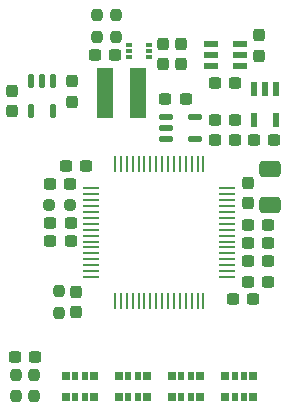
<source format=gtp>
%TF.GenerationSoftware,KiCad,Pcbnew,8.0.3*%
%TF.CreationDate,2024-08-10T21:36:20-07:00*%
%TF.ProjectId,v2,76322e6b-6963-4616-945f-706362585858,rev?*%
%TF.SameCoordinates,Original*%
%TF.FileFunction,Paste,Top*%
%TF.FilePolarity,Positive*%
%FSLAX46Y46*%
G04 Gerber Fmt 4.6, Leading zero omitted, Abs format (unit mm)*
G04 Created by KiCad (PCBNEW 8.0.3) date 2024-08-10 21:36:20*
%MOMM*%
%LPD*%
G01*
G04 APERTURE LIST*
G04 Aperture macros list*
%AMRoundRect*
0 Rectangle with rounded corners*
0 $1 Rounding radius*
0 $2 $3 $4 $5 $6 $7 $8 $9 X,Y pos of 4 corners*
0 Add a 4 corners polygon primitive as box body*
4,1,4,$2,$3,$4,$5,$6,$7,$8,$9,$2,$3,0*
0 Add four circle primitives for the rounded corners*
1,1,$1+$1,$2,$3*
1,1,$1+$1,$4,$5*
1,1,$1+$1,$6,$7*
1,1,$1+$1,$8,$9*
0 Add four rect primitives between the rounded corners*
20,1,$1+$1,$2,$3,$4,$5,0*
20,1,$1+$1,$4,$5,$6,$7,0*
20,1,$1+$1,$6,$7,$8,$9,0*
20,1,$1+$1,$8,$9,$2,$3,0*%
G04 Aperture macros list end*
%ADD10RoundRect,0.237500X-0.237500X0.300000X-0.237500X-0.300000X0.237500X-0.300000X0.237500X0.300000X0*%
%ADD11RoundRect,0.147500X-0.457500X-0.147500X0.457500X-0.147500X0.457500X0.147500X-0.457500X0.147500X0*%
%ADD12R,0.558800X1.270000*%
%ADD13RoundRect,0.147500X-0.147500X0.457500X-0.147500X-0.457500X0.147500X-0.457500X0.147500X0.457500X0*%
%ADD14R,0.475000X0.300000*%
%ADD15R,1.270000X0.558800*%
%ADD16R,0.650000X0.800000*%
%ADD17R,0.500000X0.800000*%
%ADD18RoundRect,0.237500X-0.237500X0.250000X-0.237500X-0.250000X0.237500X-0.250000X0.237500X0.250000X0*%
%ADD19RoundRect,0.237500X-0.250000X-0.237500X0.250000X-0.237500X0.250000X0.237500X-0.250000X0.237500X0*%
%ADD20RoundRect,0.237500X0.237500X-0.250000X0.237500X0.250000X-0.237500X0.250000X-0.237500X-0.250000X0*%
%ADD21R,1.447800X4.292600*%
%ADD22RoundRect,0.237500X0.300000X0.237500X-0.300000X0.237500X-0.300000X-0.237500X0.300000X-0.237500X0*%
%ADD23RoundRect,0.237500X0.237500X-0.300000X0.237500X0.300000X-0.237500X0.300000X-0.237500X-0.300000X0*%
%ADD24RoundRect,0.237500X-0.300000X-0.237500X0.300000X-0.237500X0.300000X0.237500X-0.300000X0.237500X0*%
%ADD25R,1.346200X0.279400*%
%ADD26R,0.279400X1.346200*%
%ADD27RoundRect,0.250000X0.650000X-0.412500X0.650000X0.412500X-0.650000X0.412500X-0.650000X-0.412500X0*%
G04 APERTURE END LIST*
D10*
%TO.C,C22*%
X146900000Y-74337500D03*
X146900000Y-76062500D03*
%TD*%
D11*
%TO.C,U11*%
X138982500Y-81250000D03*
X138982500Y-82200000D03*
X138982500Y-83150000D03*
X141492500Y-83150000D03*
X141492500Y-81250000D03*
%TD*%
D12*
%TO.C,U8*%
X148339800Y-78904600D03*
X147400000Y-78904600D03*
X146460200Y-78904600D03*
X146460200Y-81495400D03*
X148339800Y-81495400D03*
%TD*%
D13*
%TO.C,U7*%
X129450000Y-80755000D03*
X127550000Y-80755000D03*
X127550000Y-78245000D03*
X128500000Y-78245000D03*
X129450000Y-78245000D03*
%TD*%
D14*
%TO.C,U6*%
X137571450Y-75200000D03*
X137571450Y-75700000D03*
X137571450Y-76200000D03*
X135895450Y-76200000D03*
X135895450Y-75700000D03*
X135895450Y-75200000D03*
%TD*%
D15*
%TO.C,U5*%
X145238400Y-76939800D03*
X145238400Y-76000000D03*
X145238400Y-75060200D03*
X142800000Y-75060200D03*
X142800000Y-76000000D03*
X142800000Y-76939800D03*
%TD*%
D16*
%TO.C,RN8*%
X144000000Y-105000000D03*
D17*
X144800000Y-105000000D03*
X145600000Y-105000000D03*
D16*
X146400000Y-105000000D03*
X146400000Y-103200000D03*
D17*
X145600000Y-103200000D03*
X144800000Y-103200000D03*
D16*
X144000000Y-103200000D03*
%TD*%
%TO.C,RN7*%
X139500000Y-105000000D03*
D17*
X140300000Y-105000000D03*
X141100000Y-105000000D03*
D16*
X141900000Y-105000000D03*
X141900000Y-103200000D03*
D17*
X141100000Y-103200000D03*
X140300000Y-103200000D03*
D16*
X139500000Y-103200000D03*
%TD*%
%TO.C,RN6*%
X135000000Y-103200000D03*
D17*
X135800000Y-103200000D03*
X136600000Y-103200000D03*
D16*
X137400000Y-103200000D03*
X137400000Y-105000000D03*
D17*
X136600000Y-105000000D03*
X135800000Y-105000000D03*
D16*
X135000000Y-105000000D03*
%TD*%
%TO.C,RN5*%
X130500000Y-105000000D03*
D17*
X131300000Y-105000000D03*
X132100000Y-105000000D03*
D16*
X132900000Y-105000000D03*
X132900000Y-103200000D03*
D17*
X132100000Y-103200000D03*
X131300000Y-103200000D03*
D16*
X130500000Y-103200000D03*
%TD*%
D18*
%TO.C,R10*%
X127800000Y-103075000D03*
X127800000Y-104900000D03*
%TD*%
D19*
%TO.C,R6*%
X129087500Y-88700000D03*
X130912500Y-88700000D03*
%TD*%
D20*
%TO.C,R5*%
X133193450Y-72637500D03*
X133193450Y-74462500D03*
%TD*%
D18*
%TO.C,R4*%
X134733450Y-74462500D03*
X134733450Y-72637500D03*
%TD*%
%TO.C,R2*%
X126300000Y-103075000D03*
X126300000Y-104900000D03*
%TD*%
%TO.C,R1*%
X129900000Y-97812500D03*
X129900000Y-95987500D03*
%TD*%
D21*
%TO.C,L1*%
X133800000Y-79200000D03*
X136644800Y-79200000D03*
%TD*%
D22*
%TO.C,C30*%
X144862500Y-83200000D03*
X143137500Y-83200000D03*
%TD*%
%TO.C,C29*%
X140662500Y-79700000D03*
X138937500Y-79700000D03*
%TD*%
D10*
%TO.C,C28*%
X126000000Y-80762500D03*
X126000000Y-79037500D03*
%TD*%
D23*
%TO.C,C27*%
X131000000Y-78237500D03*
X131000000Y-79962500D03*
%TD*%
D24*
%TO.C,C24*%
X146437500Y-83200000D03*
X148162500Y-83200000D03*
%TD*%
%TO.C,C23*%
X143137500Y-81500000D03*
X144862500Y-81500000D03*
%TD*%
D23*
%TO.C,C21*%
X140253450Y-75037500D03*
X140253450Y-76762500D03*
%TD*%
%TO.C,C20*%
X138733450Y-75037500D03*
X138733450Y-76762500D03*
%TD*%
D22*
%TO.C,C19*%
X132970950Y-76000000D03*
X134695950Y-76000000D03*
%TD*%
D24*
%TO.C,C18*%
X143137500Y-78400000D03*
X144862500Y-78400000D03*
%TD*%
D22*
%TO.C,C17*%
X132262500Y-85400000D03*
X130537500Y-85400000D03*
%TD*%
%TO.C,C16*%
X130862500Y-86900000D03*
X129137500Y-86900000D03*
%TD*%
D24*
%TO.C,C15*%
X145937500Y-95200000D03*
X147662500Y-95200000D03*
%TD*%
%TO.C,C14*%
X144637500Y-96700000D03*
X146362500Y-96700000D03*
%TD*%
D22*
%TO.C,C7*%
X127900000Y-101600000D03*
X126175000Y-101600000D03*
%TD*%
D10*
%TO.C,C1*%
X131400000Y-97762500D03*
X131400000Y-96037500D03*
%TD*%
D25*
%TO.C,U1*%
X132643000Y-94800000D03*
X132643000Y-94300001D03*
X132643000Y-93800000D03*
X132643000Y-93300001D03*
X132643000Y-92799999D03*
X132643000Y-92300000D03*
X132643000Y-91800001D03*
X132643000Y-91300000D03*
X132643000Y-90800000D03*
X132643000Y-90299999D03*
X132643000Y-89800000D03*
X132643000Y-89300001D03*
X132643000Y-88799999D03*
X132643000Y-88300000D03*
X132643000Y-87799999D03*
X132643000Y-87300000D03*
D26*
X134671500Y-85271500D03*
X135171499Y-85271500D03*
X135671500Y-85271500D03*
X136171499Y-85271500D03*
X136671501Y-85271500D03*
X137171500Y-85271500D03*
X137671499Y-85271500D03*
X138171500Y-85271500D03*
X138671500Y-85271500D03*
X139171501Y-85271500D03*
X139671500Y-85271500D03*
X140171499Y-85271500D03*
X140671501Y-85271500D03*
X141171500Y-85271500D03*
X141671501Y-85271500D03*
X142171500Y-85271500D03*
D25*
X144200000Y-87300000D03*
X144200000Y-87799999D03*
X144200000Y-88300000D03*
X144200000Y-88799999D03*
X144200000Y-89300001D03*
X144200000Y-89800000D03*
X144200000Y-90299999D03*
X144200000Y-90800000D03*
X144200000Y-91300000D03*
X144200000Y-91800001D03*
X144200000Y-92300000D03*
X144200000Y-92799999D03*
X144200000Y-93300001D03*
X144200000Y-93800000D03*
X144200000Y-94300001D03*
X144200000Y-94800000D03*
D26*
X142171500Y-96828500D03*
X141671501Y-96828500D03*
X141171500Y-96828500D03*
X140671501Y-96828500D03*
X140171499Y-96828500D03*
X139671500Y-96828500D03*
X139171501Y-96828500D03*
X138671500Y-96828500D03*
X138171500Y-96828500D03*
X137671499Y-96828500D03*
X137171500Y-96828500D03*
X136671501Y-96828500D03*
X136171499Y-96828500D03*
X135671500Y-96828500D03*
X135171499Y-96828500D03*
X134671500Y-96828500D03*
%TD*%
D23*
%TO.C,C12*%
X145921500Y-88541294D03*
X145921500Y-86816294D03*
%TD*%
D24*
%TO.C,C3*%
X145921500Y-93441294D03*
X147646500Y-93441294D03*
%TD*%
%TO.C,C5*%
X145921500Y-90441294D03*
X147646500Y-90441294D03*
%TD*%
D22*
%TO.C,C2*%
X147646500Y-91941294D03*
X145921500Y-91941294D03*
%TD*%
D24*
%TO.C,C8*%
X129196500Y-90241294D03*
X130921500Y-90241294D03*
%TD*%
%TO.C,C9*%
X129196500Y-91741294D03*
X130921500Y-91741294D03*
%TD*%
D27*
%TO.C,C13*%
X147821500Y-88741294D03*
X147821500Y-85616294D03*
%TD*%
M02*

</source>
